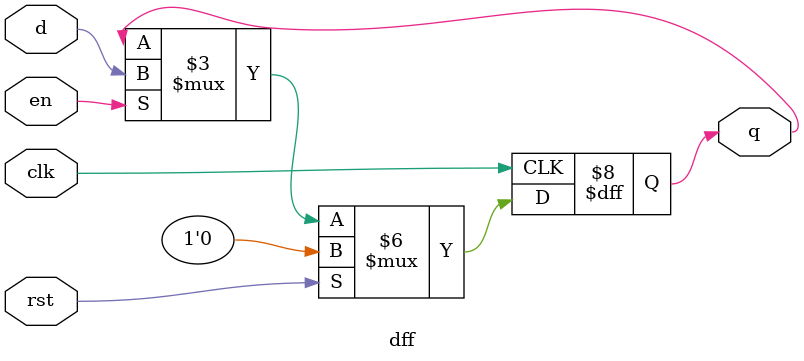
<source format=sv>
module dff(clk, rst, d, q, en);
parameter USE_EN = 1'b1;
input clk, rst, d, en;
output reg q;

always @(posedge clk) begin
    if (rst)
        q <= 0;
    else if (USE_EN == 1'b1 && en)
        q <= d;
    else if (USE_EN == 1'b0)
        q <= d;
end

endmodule
</source>
